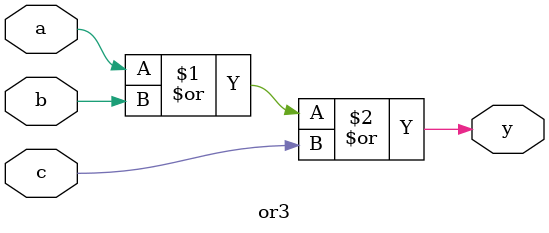
<source format=v>
module or3(input a,input b,input c,output y);
	assign y = a | b | c;
endmodule

</source>
